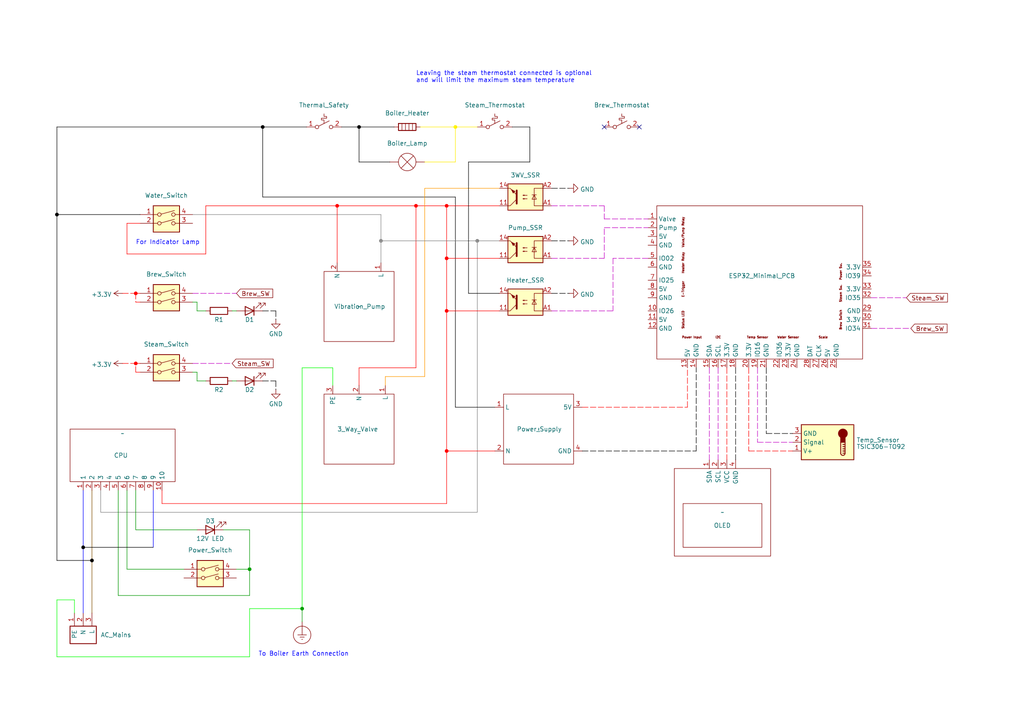
<source format=kicad_sch>
(kicad_sch (version 20230121) (generator eeschema)
  (paper "A4")
  (title_block (title "ESP32 Minimal PCB - Full Featured Build for Silvia E") (date "2023-05-12"))
  (lib_symbols
    (symbol "Connector_Generic:Conn_01x03" (pin_names (offset 1.016))
      (property "Reference" "Mains" (at 5.08 0 0))
      (property "Value" "Conn_01x03" (at 5.08 -2.54 0))
      (symbol "Conn_01x03_1_1"
        (rectangle (start -3.81 2.54) (end 3.81 -2.54) (stroke (width 0.254)))
        (pin power_out line (at 2.54 6.35 270) (length 3.81) (name "PE") (number "1"))
        (pin power_out line (at 0 6.35 270) (length 3.81) (name "N") (number "2"))
        (pin power_out line (at -2.54 6.35 270) (length 3.81) (name "L") (number "3"))
      )
    )
    (symbol "Device:Heater" (pin_numbers hide) (pin_names (offset 0))
      (property "Reference" "R" (at 2.032 0 90))
      (property "Value" "Heater" (at -2.032 0 90))
      (symbol "Heater_0_1"
        (rectangle (start -1.016 -2.54) (end 1.016 2.54) (stroke (width 0.254)))
        (polyline (pts (xy -1.016 1.524) (xy 1.016 1.524)))
        (polyline (pts (xy 1.016 -1.524) (xy -1.016 -1.524)))
        (polyline (pts (xy 1.016 -0.508) (xy -1.016 -0.508)))
        (polyline (pts (xy 1.016 0.508) (xy -1.016 0.508)))
      )
      (symbol "Heater_1_1"
        (pin passive line (at 0 3.81 270) (length 1.27) (name "~") (number "1"))
        (pin passive line (at 0 -3.81 90) (length 1.27) (name "~") (number "2"))
      )
    )
    (symbol "Device:LED" (pin_numbers hide) (pin_names (offset 1.016) hide)
      (property "Reference" "D" (at 0 2.54 0))
      (property "Value" "LED" (at 0 -2.54 0))
      (symbol "LED_0_1"
        (polyline (pts (xy -1.27 -1.27) (xy -1.27 1.27)) (stroke (width 0.254)))
        (polyline (pts (xy -1.27 0) (xy 1.27 0)))
        (polyline (pts (xy 1.27 -1.27) (xy 1.27 1.27) (xy -1.27 0) (xy 1.27 -1.27)) (stroke (width 0.254)))
        (polyline (pts (xy -3.048 -0.762) (xy -4.572 -2.286) (xy -3.81 -2.286) (xy -4.572 -2.286) (xy -4.572 -1.524)))
        (polyline (pts (xy -1.778 -0.762) (xy -3.302 -2.286) (xy -2.54 -2.286) (xy -3.302 -2.286) (xy -3.302 -1.524)))
      )
      (symbol "LED_1_1"
        (pin passive line (at -3.81 0 0) (length 2.54) (name "K") (number "1"))
        (pin passive line (at 3.81 0 180) (length 2.54) (name "A") (number "2"))
      )
    )
    (symbol "Device:Lamp" (pin_numbers hide) (pin_names (offset 0.0254) hide)
      (property "Reference" "LA" (at 0.635 3.81 0))
      (property "Value" "Lamp" (at 0.635 -3.81 0))
      (symbol "Lamp_0_1"
        (polyline (pts (xy -1.778 1.778) (xy 1.778 -1.778)))
        (polyline (pts (xy 1.778 1.778) (xy -1.778 -1.778)))
        (circle (center 0 0) (radius 2.54))
      )
      (symbol "Lamp_1_1"
        (pin passive line (at 0 -5.08 90) (length 2.54) (name "-") (number "1"))
        (pin passive line (at 0 5.08 270) (length 2.54) (name "+") (number "2"))
      )
    )
    (symbol "Device:R" (pin_numbers hide) (pin_names (offset 0))
      (property "Reference" "R" (at 2.032 0 90))
      (property "Value" "R" (at 0 0 90))
      (symbol "R_0_1"
        (rectangle (start -1.016 -2.54) (end 1.016 2.54) (stroke (width 0.254)))
      )
      (symbol "R_1_1"
        (pin passive line (at 0 3.81 270) (length 1.27) (name "~") (number "1"))
        (pin passive line (at 0 -3.81 90) (length 1.27) (name "~") (number "2"))
      )
    )
    (symbol "Relay_SolidState:34.81-7048"
      (property "Reference" "U" (at -5.08 5.08 0))
      (property "Value" "34.81-7048" (at 0 5.08 0))
      (symbol "34.81-7048_0_1"
        (rectangle (start -5.08 3.81) (end 5.08 -3.81) (stroke (width 0.254)) (fill (type background)))
        (polyline (pts (xy -3.175 -0.635) (xy -1.905 -0.635)))
        (polyline (pts (xy 2.54 1.905) (xy 2.54 -1.905) (xy 2.54 -1.905)) (stroke (width 0.508)))
        (polyline (pts (xy -5.08 2.54) (xy -2.54 2.54) (xy -2.54 -2.54) (xy -5.08 -2.54)))
        (polyline (pts (xy -2.54 -0.635) (xy -3.175 0.635) (xy -1.905 0.635) (xy -2.54 -0.635)))
        (polyline (pts (xy -0.508 -0.508) (xy 0.762 -0.508) (xy 0.381 -0.635) (xy 0.381 -0.381) (xy 0.762 -0.508)))
        (polyline (pts (xy -0.508 0.508) (xy 0.762 0.508) (xy 0.381 0.381) (xy 0.381 0.635) (xy 0.762 0.508)))
        (polyline (pts (xy 3.048 -1.651) (xy 3.556 -1.143) (xy 4.064 -2.159) (xy 3.048 -1.651) (xy 3.048 -1.651)) (fill (type outline)))
        (polyline (pts (xy 5.08 2.54) (xy 4.445 2.54) (xy 2.54 0.635) (xy 2.54 -0.635) (xy 4.445 -2.54) (xy 5.08 -2.54)))
      )
      (symbol "34.81-7048_1_1"
        (pin passive line (at 7.62 2.54 180) (length 2.54) (name "~") (number "11"))
        (pin passive line (at 7.62 -2.54 180) (length 2.54) (name "~") (number "14"))
        (pin passive line (at -7.62 2.54 0) (length 2.54) (name "~") (number "A1"))
        (pin passive line (at -7.62 -2.54 0) (length 2.54) (name "~") (number "A2"))
      )
    )
    (symbol "Silvia_E_CPU_1"
      (property "Reference" "CPU" (at 0 0 0))
      (symbol "Silvia_E_CPU_1_0_1"
        (rectangle (start -15.24 7.62) (end 15.24 -7.62))
      )
      (symbol "Silvia_E_CPU_1_1_1"
        (pin power_in line (at -11.43 -10.16 90) (length 2.54) (name "1") (number "1"))
        (pin power_out line (at 11.43 -10.16 90) (length 2.54) (name "10") (number "10"))
        (pin power_in line (at -8.89 -10.16 90) (length 2.54) (name "2") (number "2"))
        (pin input line (at -6.35 -10.16 90) (length 2.54) (name "3") (number "3"))
        (pin input line (at -3.81 -10.16 90) (length 2.54) (name "4") (number "4"))
        (pin input line (at -1.27 -10.16 90) (length 2.54) (name "5") (number "5"))
        (pin input line (at 1.27 -10.16 90) (length 2.54) (name "6") (number "6"))
        (pin output line (at 3.81 -10.16 90) (length 2.54) (name "7") (number "7"))
        (pin input line (at 6.35 -10.16 90) (length 2.54) (name "8") (number "8"))
        (pin power_out line (at 8.89 -10.16 90) (length 2.54) (name "9") (number "9"))
      )
    )
    (symbol "Switch:SW_DIP_x02" (pin_names (offset 0) hide)
      (property "Reference" "SW" (at 0 6.35 0))
      (property "Value" "SW_DIP_x02" (at 0 -3.81 0))
      (symbol "SW_DIP_x02_0_0"
        (circle (center -2.032 0) (radius 0.508))
        (circle (center -2.032 2.54) (radius 0.508))
        (polyline (pts (xy -1.524 0.127) (xy 2.3622 1.1684)))
        (polyline (pts (xy -1.524 2.667) (xy 2.3622 3.7084)))
        (circle (center 2.032 0) (radius 0.508))
        (circle (center 2.032 2.54) (radius 0.508))
      )
      (symbol "SW_DIP_x02_0_1"
        (rectangle (start -3.81 5.08) (end 3.81 -2.54) (stroke (width 0.254)) (fill (type background)))
      )
      (symbol "SW_DIP_x02_1_1"
        (pin passive line (at -7.62 2.54 0) (length 5.08) (name "~") (number "1"))
        (pin passive line (at -7.62 0 0) (length 5.08) (name "~") (number "2"))
        (pin passive line (at 7.62 0 180) (length 5.08) (name "~") (number "3"))
        (pin passive line (at 7.62 2.54 180) (length 5.08) (name "~") (number "4"))
      )
    )
    (symbol "Switch:SW_SPST_Temperature" (pin_names (offset 0) hide)
      (property "Reference" "SW" (at 1.778 3.048 0))
      (property "Value" "SW_SPST_Temperature" (at 0 -2.54 0))
      (symbol "SW_SPST_Temperature_0_0"
        (circle (center -2.032 0) (radius 0.508))
        (polyline (pts (xy -1.524 0.254) (xy 1.524 1.778)))
        (polyline (pts (xy 0 1.016) (xy 0 2.032) (xy -0.762 2.032) (xy -0.762 2.54) (xy 0.762 2.54) (xy 0.762 3.048) (xy 0 3.048) (xy 0 3.81)))
        (circle (center 2.032 0) (radius 0.508))
      )
      (symbol "SW_SPST_Temperature_1_1"
        (pin passive line (at -5.08 0 0) (length 2.54) (name "A") (number "1"))
        (pin passive line (at 5.08 0 180) (length 2.54) (name "B") (number "2"))
      )
    )
    (symbol "TSIC306-TO92_1"
      (property "Reference" "Temp_Sens" (at -9.3425 0 90))
      (property "Value" "TSIC306-TO92" (at -11.2635 0 90))
      (symbol "TSIC306-TO92_1_0_1"
        (rectangle (start -7.62 5.08) (end 7.62 -5.08) (stroke (width 0.254)) (fill (type background)))
        (circle (center -4.445 -2.54) (radius 1.27) (stroke (width 0.254)) (fill (type outline)))
        (rectangle (start -3.81 -1.905) (end -5.08 0) (stroke (width 0.254)) (fill (type outline)))
        (arc (start -3.81 3.175) (mid -4.445 3.8073) (end -5.08 3.175) (stroke (width 0.254)))
        (polyline (pts (xy -5.08 0.635) (xy -4.445 0.635)) (stroke (width 0.254)))
        (polyline (pts (xy -5.08 1.27) (xy -4.445 1.27)) (stroke (width 0.254)))
        (polyline (pts (xy -5.08 1.905) (xy -4.445 1.905)) (stroke (width 0.254)))
        (polyline (pts (xy -5.08 2.54) (xy -4.445 2.54)) (stroke (width 0.254)))
        (polyline (pts (xy -5.08 3.175) (xy -5.08 0)) (stroke (width 0.254)))
        (polyline (pts (xy -5.08 3.175) (xy -4.445 3.175)) (stroke (width 0.254)))
        (polyline (pts (xy -3.81 3.175) (xy -3.81 0)) (stroke (width 0.254)))
      )
      (symbol "TSIC306-TO92_1_1_1"
        (pin power_in line (at 10.16 2.54 180) (length 2.54) (name "V+") (number "1"))
        (pin output line (at 10.16 0 180) (length 2.54) (name "Signal") (number "2"))
        (pin power_in line (at 10.16 -2.54 180) (length 2.54) (name "GND") (number "3"))
      )
    )
    (symbol "User:3_Way_Valve"
      (property "Reference" "3WV" (at 0 0 0))
      (symbol "3_Way_Valve_0_1"
        (rectangle (start -10.16 10.16) (end 10.16 -10.16))
      )
      (symbol "3_Way_Valve_1_1"
        (pin power_in line (at -7.62 -12.7 90) (length 2.54) (name "L") (number "1"))
        (pin power_in line (at 0 -12.7 90) (length 2.54) (name "N") (number "2"))
        (pin power_in line (at 7.62 -12.7 90) (length 2.54) (name "PE") (number "3"))
      )
    )
    (symbol "User:5V_Power_Supply"
      (property "Reference" "PSU" (at 0 0 0))
      (symbol "5V_Power_Supply_0_1"
        (rectangle (start -10.16 10.16) (end 10.16 -10.16))
      )
      (symbol "5V_Power_Supply_1_1"
        (pin power_in line (at -6.35 -12.7 90) (length 2.54) (name "L") (number "1"))
        (pin power_in line (at 6.35 -12.7 90) (length 2.54) (name "N") (number "2"))
        (pin power_out line (at -6.35 12.7 270) (length 2.54) (name "5V") (number "3"))
        (pin power_out line (at 6.35 12.7 270) (length 2.54) (name "GND") (number "4"))
      )
    )
    (symbol "User:ESP32_Minimal_PCB"
      (property "Reference" "ESP32_Minimal_PCB" (at 1.27 1.27 0))
      (property "Value" "~" (at -3.81 1.27 0))
      (symbol "ESP32_Minimal_PCB_0_1"
        (rectangle (start -29.21 21.59) (end 30.48 -22.86))
      )
      (symbol "ESP32_Minimal_PCB_1_1"
        (text "Brew Switch" (at 24.13 -11.43 900) (effects (font (size 0.635 0.635))))
        (text "E-Trigger" (at -21.59 -2.54 900) (effects (font (size 0.635 0.635))))
        (text "Heater Relay" (at -21.59 5.08 900) (effects (font (size 0.635 0.635))))
        (text "I2C" (at -11.43 -16.51 0) (effects (font (size 0.635 0.635))))
        (text "Power Input\n" (at -19.05 -16.51 0) (effects (font (size 0.635 0.635))))
        (text "Power Sw." (at 24.13 2.54 900) (effects (font (size 0.635 0.635))))
        (text "Scale" (at 19.05 -16.51 0) (effects (font (size 0.635 0.635))))
        (text "Status LED" (at -21.59 -11.43 900) (effects (font (size 0.635 0.635))))
        (text "Steam Sw." (at 24.13 -3.81 900) (effects (font (size 0.635 0.635))))
        (text "Temp Sensor" (at 0 -16.51 0) (effects (font (size 0.635 0.635))))
        (text "Valve/Pump Relay" (at -21.59 13.97 900) (effects (font (size 0.635 0.635))))
        (text "Water Sensor" (at 8.89 -16.51 0) (effects (font (size 0.635 0.635))))
        (pin output line (at -31.75 17.78 0) (length 2.54) (name "Valve") (number "1"))
        (pin output line (at -31.75 -8.89 0) (length 2.54) (name "IO26") (number "10"))
        (pin input line (at -31.75 -11.43 0) (length 2.54) (name "5V") (number "11"))
        (pin power_out line (at -31.75 -13.97 0) (length 2.54) (name "GND") (number "12"))
        (pin power_in line (at -20.32 -25.4 90) (length 2.54) (name "5V") (number "13"))
        (pin power_in line (at -17.78 -25.4 90) (length 2.54) (name "GND") (number "14"))
        (pin bidirectional line (at -13.97 -25.4 90) (length 2.54) (name "SDA") (number "15"))
        (pin bidirectional line (at -11.43 -25.4 90) (length 2.54) (name "SCL") (number "16"))
        (pin power_out line (at -8.89 -25.4 90) (length 2.54) (name "3.3V") (number "17"))
        (pin power_out line (at -6.35 -25.4 90) (length 2.54) (name "GND") (number "18"))
        (pin input line (at 0 -25.4 90) (length 2.54) (name "IO16") (number "19"))
        (pin output line (at -31.75 15.24 0) (length 2.54) (name "Pump") (number "2"))
        (pin power_out line (at -2.54 -25.4 90) (length 2.54) (name "3.3V") (number "20"))
        (pin power_out line (at 2.54 -25.4 90) (length 2.54) (name "GND") (number "21"))
        (pin input line (at 6.35 -25.4 90) (length 2.54) (name "IO36") (number "22"))
        (pin power_out line (at 8.89 -25.4 90) (length 2.54) (name "3.3V") (number "23"))
        (pin power_out line (at 11.43 -25.4 90) (length 2.54) (name "GND") (number "24"))
        (pin power_out line (at 22.86 -25.4 90) (length 2.54) (name "GND") (number "25"))
        (pin power_out line (at 20.32 -25.4 90) (length 2.54) (name "5V") (number "26"))
        (pin bidirectional line (at 17.78 -25.4 90) (length 2.54) (name "CLK") (number "27"))
        (pin input line (at 15.24 -25.4 90) (length 2.54) (name "DAT") (number "28"))
        (pin power_out line (at 33.02 -8.89 180) (length 2.54) (name "GND") (number "29"))
        (pin power_out line (at -31.75 12.7 0) (length 2.54) (name "5V") (number "3"))
        (pin power_out line (at 33.02 -11.43 180) (length 2.54) (name "3.3V") (number "30"))
        (pin input line (at 33.02 -13.97 180) (length 2.54) (name "IO34") (number "31"))
        (pin input line (at 33.02 -5.08 180) (length 2.54) (name "IO35") (number "32"))
        (pin power_out line (at 33.02 -2.54 180) (length 2.54) (name "3.3V") (number "33"))
        (pin input line (at 33.02 1.27 180) (length 2.54) (name "IO39") (number "34"))
        (pin power_out line (at 33.02 3.81 180) (length 2.54) (name "3.3V") (number "35"))
        (pin power_out line (at -31.75 10.16 0) (length 2.54) (name "GND") (number "4"))
        (pin output line (at -31.75 6.35 0) (length 2.54) (name "IO02") (number "5"))
        (pin power_out line (at -31.75 3.81 0) (length 2.54) (name "GND") (number "6"))
        (pin output line (at -31.75 0 0) (length 2.54) (name "IO25") (number "7"))
        (pin power_out line (at -31.75 -2.54 0) (length 2.54) (name "5V") (number "8"))
        (pin power_out line (at -31.75 -5.08 0) (length 2.54) (name "GND") (number "9"))
      )
    )
    (symbol "User:OLED_Display"
      (property "Reference" "OLED" (at 0 5.08 0))
      (symbol "OLED_Display_0_1"
        (rectangle (start -13.97 12.7) (end 13.97 -12.7))
        (rectangle (start -11.43 2.54) (end 11.43 -10.16))
      )
      (symbol "OLED_Display_1_1"
        (pin bidirectional line (at -3.81 15.24 270) (length 2.54) (name "SDA") (number "1"))
        (pin bidirectional line (at -1.27 15.24 270) (length 2.54) (name "SCL") (number "2"))
        (pin power_in line (at 1.27 15.24 270) (length 2.54) (name "VCC") (number "3"))
        (pin power_in line (at 3.81 15.24 270) (length 2.54) (name "GND") (number "4"))
      )
    )
    (symbol "User:Pump"
      (property "Reference" "Vibration_Pump" (at 0 0 0))
      (symbol "Pump_0_1"
        (rectangle (start -10.16 10.16) (end 10.16 -10.16))
      )
      (symbol "Pump_1_1"
        (pin power_in line (at -6.35 -12.7 90) (length 2.54) (name "L") (number "1"))
        (pin power_in line (at 6.35 -12.7 90) (length 2.54) (name "N") (number "2"))
      )
    )
    (symbol "power:+3.3V" (power) (pin_names (offset 0))
      (property "Value" "+3.3V" (at 0 3.556 0))
      (symbol "+3.3V_0_1"
        (polyline (pts (xy -0.762 1.27) (xy 0 2.54)))
        (polyline (pts (xy 0 0) (xy 0 2.54)))
        (polyline (pts (xy 0 2.54) (xy 0.762 1.27)))
      )
      (symbol "+3.3V_1_1"
        (pin power_in line (at 0 0 90) (length 0) hide (name "+3.3V") (number "1"))
      )
    )
    (symbol "power:Earth_Protective" (power) (pin_names (offset 0))
      (symbol "Earth_Protective_0_1"
        (circle (center 0 -3.81) (radius 2.54))
        (polyline (pts (xy -0.635 -4.445) (xy 0.635 -4.445)))
        (polyline (pts (xy -0.127 -5.08) (xy 0.127 -5.08)))
        (polyline (pts (xy 0 -3.81) (xy 0 0)))
        (polyline (pts (xy 1.27 -3.81) (xy -1.27 -3.81)))
      )
      (symbol "Earth_Protective_1_1"
        (pin power_in line (at 0 0 270) (length 0) hide (name "Earth_Protective") (number "1"))
      )
    )
    (symbol "power:GND" (power) (pin_names (offset 0))
      (property "Value" "GND" (at 0 -3.81 0))
      (symbol "GND_0_1"
        (polyline (pts (xy 0 0) (xy 0 -1.27) (xy 1.27 -1.27) (xy 0 -2.54) (xy -1.27 -1.27) (xy 0 -1.27)))
      )
      (symbol "GND_1_1"
        (pin power_in line (at 0 0 270) (length 0) hide (name "GND") (number "1"))
      )
    )
  )
  (junction (at 72.39 165.1))
  (junction (at 104.14 36.83) (color 0 0 0 1))
  (junction (at 120.65 59.69) (color 255 0 0 1))
  (junction (at 39.37 105.41) (color 255 0 0 1))
  (junction (at 39.37 85.09) (color 255 0 0 1))
  (junction (at 24.13 158.75) (color 0 0 0 1))
  (junction (at 129.54 74.93) (color 255 0 0 1))
  (junction (at 110.49 69.85) (color 132 132 132 1))
  (junction (at 129.54 59.69) (color 255 0 0 1))
  (junction (at 26.67 162.56) (color 0 0 0 1))
  (junction (at 97.79 59.69) (color 255 0 0 1))
  (junction (at 16.51 62.23) (color 0 0 0 1))
  (junction (at 129.54 130.81) (color 255 0 0 1))
  (junction (at 129.54 90.17) (color 255 0 0 1))
  (junction (at 87.63 176.53))
  (junction (at 76.2 36.83) (color 0 0 0 1))
  (junction (at 138.43 69.85) (color 132 132 132 1))
  (junction (at 132.08 36.83) (color 255 237 0 1))
  (no_connect (at 185.42 36.83))
  (no_connect (at 175.26 36.83))
  (wire (pts (xy 187.96 74.93) (xy 177.8 74.93)) (stroke (width 0) (type dash) (color 194 0 194 1)))
  (wire (pts (xy 175.26 66.04) (xy 187.96 66.04)) (stroke (width 0) (type dash) (color 194 0 194 1)))
  (wire (pts (xy 104.14 106.68) (xy 120.65 106.68)) (stroke (width 0) (color 255 0 0 1)))
  (wire (pts (xy 168.91 130.81) (xy 201.93 130.81)) (stroke (width 0) (type dash) (color 0 0 0 1)))
  (wire (pts (xy 72.39 172.72) (xy 34.29 172.72)))
  (wire (pts (xy 160.02 54.61) (xy 165.1 54.61)) (stroke (width 0) (type dash) (color 0 0 0 1)))
  (wire (pts (xy 36.83 64.77) (xy 36.83 73.66)) (stroke (width 0) (color 255 0 0 1)))
  (wire (pts (xy 40.64 107.95) (xy 39.37 107.95)) (stroke (width 0) (type dash) (color 255 0 0 1)))
  (wire (pts (xy 129.54 74.93) (xy 129.54 90.17)) (stroke (width 0) (color 255 0 0 1)))
  (wire (pts (xy 143.51 118.11) (xy 132.08 118.11)) (stroke (width 0) (color 0 0 0 1)))
  (wire (pts (xy 44.45 142.24) (xy 44.45 158.75)) (stroke (width 0) (color 0 0 255 1)))
  (wire (pts (xy 72.39 176.53) (xy 87.63 176.53)) (stroke (width 0) (color 0 255 0 1)))
  (wire (pts (xy 57.15 110.49) (xy 59.69 110.49)))
  (wire (pts (xy 76.2 57.15) (xy 132.08 57.15)) (stroke (width 0) (color 0 0 0 1)))
  (wire (pts (xy 39.37 85.09) (xy 39.37 87.63)) (stroke (width 0) (type dash) (color 255 0 0 1)))
  (wire (pts (xy 129.54 146.05) (xy 129.54 130.81)) (stroke (width 0) (color 255 0 0 1)))
  (wire (pts (xy 39.37 85.09) (xy 40.64 85.09)) (stroke (width 0) (type dash) (color 255 0 0 1)))
  (wire (pts (xy 24.13 142.24) (xy 24.13 158.75)) (stroke (width 0) (color 0 0 255 1)))
  (wire (pts (xy 26.67 162.56) (xy 26.67 177.8)) (stroke (width 0) (color 128 77 0 1)))
  (wire (pts (xy 36.83 165.1) (xy 53.34 165.1)))
  (wire (pts (xy 123.19 54.61) (xy 123.19 109.22)) (stroke (width 0) (color 255 153 0 1)))
  (wire (pts (xy 76.2 90.17) (xy 80.01 90.17)) (stroke (width 0) (type dash) (color 0 0 0 1)))
  (wire (pts (xy 104.14 111.76) (xy 104.14 106.68)) (stroke (width 0) (color 255 0 0 1)))
  (wire (pts (xy 138.43 69.85) (xy 138.43 148.59)) (stroke (width 0) (color 132 132 132 1)))
  (wire (pts (xy 16.51 162.56) (xy 26.67 162.56)) (stroke (width 0) (color 0 0 0 1)))
  (wire (pts (xy 46.99 146.05) (xy 129.54 146.05)) (stroke (width 0) (color 255 0 0 1)))
  (wire (pts (xy 87.63 106.68) (xy 87.63 176.53)) (stroke (width 0) (color 0 255 0 1)))
  (wire (pts (xy 55.88 107.95) (xy 57.15 107.95)))
  (wire (pts (xy 67.31 110.49) (xy 68.58 110.49)))
  (wire (pts (xy 210.82 106.68) (xy 210.82 133.35)) (stroke (width 0) (type dash) (color 255 0 0 1)))
  (wire (pts (xy 201.93 130.81) (xy 201.93 106.68)) (stroke (width 0) (type dash) (color 0 0 0 1)))
  (wire (pts (xy 217.17 130.81) (xy 229.87 130.81)) (stroke (width 0) (type dash) (color 255 0 0 1)))
  (wire (pts (xy 39.37 142.24) (xy 39.37 153.67)))
  (wire (pts (xy 160.02 85.09) (xy 165.1 85.09)) (stroke (width 0) (type dash) (color 0 0 0 1)))
  (wire (pts (xy 153.67 36.83) (xy 153.67 46.99)) (stroke (width 0) (color 0 0 0 1)))
  (wire (pts (xy 175.26 63.5) (xy 187.96 63.5)) (stroke (width 0) (type dash) (color 194 0 194 1)))
  (wire (pts (xy 160.02 74.93) (xy 175.26 74.93)) (stroke (width 0) (type dash) (color 194 0 194 1)))
  (wire (pts (xy 36.83 73.66) (xy 59.69 73.66)) (stroke (width 0) (color 255 0 0 1)))
  (wire (pts (xy 175.26 59.69) (xy 175.26 63.5)) (stroke (width 0) (type dash) (color 194 0 194 1)))
  (wire (pts (xy 111.76 111.76) (xy 111.76 109.22)) (stroke (width 0) (color 255 153 0 1)))
  (wire (pts (xy 160.02 90.17) (xy 177.8 90.17)) (stroke (width 0) (type dash) (color 194 0 194 1)))
  (wire (pts (xy 144.78 54.61) (xy 123.19 54.61)) (stroke (width 0) (color 255 153 0 1)))
  (wire (pts (xy 132.08 46.99) (xy 132.08 36.83)) (stroke (width 0) (color 255 237 0 1)))
  (wire (pts (xy 104.14 46.99) (xy 113.03 46.99)) (stroke (width 0) (color 0 0 0 1)))
  (wire (pts (xy 160.02 69.85) (xy 165.1 69.85)) (stroke (width 0) (type dash) (color 0 0 0 1)))
  (wire (pts (xy 160.02 59.69) (xy 175.26 59.69)) (stroke (width 0) (type dash) (color 194 0 194 1)))
  (wire (pts (xy 99.06 36.83) (xy 104.14 36.83)) (stroke (width 0) (color 0 0 0 1)))
  (wire (pts (xy 80.01 110.49) (xy 80.01 113.03)) (stroke (width 0) (type dash) (color 0 0 0 1)))
  (wire (pts (xy 36.83 142.24) (xy 36.83 165.1)))
  (wire (pts (xy 129.54 59.69) (xy 144.78 59.69)) (stroke (width 0) (color 255 0 0 1)))
  (wire (pts (xy 21.59 173.99) (xy 21.59 177.8)) (stroke (width 0) (color 0 255 0 1)))
  (wire (pts (xy 76.2 110.49) (xy 80.01 110.49)) (stroke (width 0) (type dash) (color 0 0 0 1)))
  (wire (pts (xy 40.64 62.23) (xy 16.51 62.23)) (stroke (width 0) (color 0 0 0 1)))
  (wire (pts (xy 57.15 90.17) (xy 59.69 90.17)))
  (wire (pts (xy 40.64 87.63) (xy 39.37 87.63)) (stroke (width 0) (type dash) (color 255 0 0 1)))
  (wire (pts (xy 252.73 86.36) (xy 262.89 86.36)) (stroke (width 0) (type dash) (color 194 0 194 1)))
  (wire (pts (xy 110.49 62.23) (xy 110.49 69.85)) (stroke (width 0) (color 132 132 132 1)))
  (wire (pts (xy 168.91 118.11) (xy 199.39 118.11)) (stroke (width 0) (type dash) (color 255 0 0 1)))
  (wire (pts (xy 222.25 125.73) (xy 229.87 125.73)) (stroke (width 0) (type dash) (color 0 0 0 1)))
  (wire (pts (xy 16.51 190.5) (xy 16.51 173.99)) (stroke (width 0) (color 0 255 0 1)))
  (wire (pts (xy 59.69 59.69) (xy 97.79 59.69)) (stroke (width 0) (color 255 0 0 1)))
  (wire (pts (xy 57.15 87.63) (xy 57.15 90.17)))
  (wire (pts (xy 111.76 109.22) (xy 123.19 109.22)) (stroke (width 0) (color 255 153 0 1)))
  (wire (pts (xy 55.88 105.41) (xy 67.31 105.41)) (stroke (width 0) (type dash) (color 194 0 194 1)))
  (wire (pts (xy 208.28 106.68) (xy 208.28 133.35)) (stroke (width 0) (type dash) (color 194 0 194 1)))
  (wire (pts (xy 67.31 90.17) (xy 68.58 90.17)))
  (wire (pts (xy 217.17 106.68) (xy 217.17 130.81)) (stroke (width 0) (type dash) (color 255 0 0 1)))
  (wire (pts (xy 96.52 106.68) (xy 87.63 106.68)) (stroke (width 0) (color 0 255 0 1)))
  (wire (pts (xy 72.39 190.5) (xy 72.39 176.53)) (stroke (width 0) (color 0 255 0 1)))
  (wire (pts (xy 34.29 172.72) (xy 34.29 142.24)))
  (wire (pts (xy 97.79 59.69) (xy 97.79 76.2)) (stroke (width 0) (color 255 0 0 1)))
  (wire (pts (xy 16.51 62.23) (xy 16.51 162.56)) (stroke (width 0) (color 0 0 0 1)))
  (wire (pts (xy 96.52 111.76) (xy 96.52 106.68)) (stroke (width 0) (color 0 255 0 1)))
  (wire (pts (xy 26.67 142.24) (xy 26.67 162.56)) (stroke (width 0) (color 128 77 0 1)))
  (wire (pts (xy 24.13 158.75) (xy 44.45 158.75)) (stroke (width 0) (color 0 0 0 1)))
  (wire (pts (xy 110.49 69.85) (xy 138.43 69.85)) (stroke (width 0) (color 132 132 132 1)))
  (wire (pts (xy 16.51 190.5) (xy 72.39 190.5)) (stroke (width 0) (color 0 255 0 1)))
  (wire (pts (xy 205.74 106.68) (xy 205.74 133.35)) (stroke (width 0) (type dash) (color 194 0 194 1)))
  (wire (pts (xy 35.56 105.41) (xy 39.37 105.41)) (stroke (width 0) (type dash) (color 255 0 0 1)))
  (wire (pts (xy 55.88 85.09) (xy 68.58 85.09)) (stroke (width 0) (type dash) (color 194 0 194 1)))
  (wire (pts (xy 80.01 90.17) (xy 80.01 92.71)) (stroke (width 0) (type dash) (color 0 0 0 1)))
  (wire (pts (xy 87.63 180.34) (xy 87.63 176.53)))
  (wire (pts (xy 110.49 69.85) (xy 110.49 76.2)) (stroke (width 0) (color 132 132 132 1)))
  (wire (pts (xy 175.26 74.93) (xy 175.26 66.04)) (stroke (width 0) (type dash) (color 194 0 194 1)))
  (wire (pts (xy 29.21 148.59) (xy 138.43 148.59)) (stroke (width 0) (color 132 132 132 1)))
  (wire (pts (xy 46.99 142.24) (xy 46.99 146.05)) (stroke (width 0) (color 255 0 0 1)))
  (wire (pts (xy 39.37 153.67) (xy 57.15 153.67)))
  (wire (pts (xy 39.37 105.41) (xy 40.64 105.41)) (stroke (width 0) (type dash) (color 255 0 0 1)))
  (wire (pts (xy 129.54 90.17) (xy 144.78 90.17)) (stroke (width 0) (color 255 0 0 1)))
  (wire (pts (xy 213.36 106.68) (xy 213.36 133.35)) (stroke (width 0) (type dash) (color 0 0 0 1)))
  (wire (pts (xy 72.39 165.1) (xy 72.39 172.72)))
  (wire (pts (xy 88.9 36.83) (xy 76.2 36.83)) (stroke (width 0) (color 0 0 0 1)))
  (wire (pts (xy 55.88 62.23) (xy 110.49 62.23)) (stroke (width 0) (color 132 132 132 1)))
  (wire (pts (xy 16.51 173.99) (xy 21.59 173.99)) (stroke (width 0) (color 0 255 0 1)))
  (wire (pts (xy 199.39 118.11) (xy 199.39 106.68)) (stroke (width 0) (type dash) (color 255 0 0 1)))
  (wire (pts (xy 144.78 69.85) (xy 138.43 69.85)) (stroke (width 0) (color 132 132 132 1)))
  (wire (pts (xy 16.51 62.23) (xy 16.51 36.83)) (stroke (width 0) (color 0 0 0 1)))
  (wire (pts (xy 143.51 130.81) (xy 129.54 130.81)) (stroke (width 0) (color 255 0 0 1)))
  (wire (pts (xy 252.73 95.25) (xy 264.16 95.25)) (stroke (width 0) (type dash) (color 194 0 194 1)))
  (wire (pts (xy 72.39 153.67) (xy 72.39 165.1)))
  (wire (pts (xy 39.37 107.95) (xy 39.37 105.41)) (stroke (width 0) (type dash) (color 255 0 0 1)))
  (wire (pts (xy 57.15 107.95) (xy 57.15 110.49)))
  (wire (pts (xy 24.13 158.75) (xy 24.13 177.8)) (stroke (width 0) (color 0 0 255 1)))
  (wire (pts (xy 40.64 64.77) (xy 36.83 64.77)) (stroke (width 0) (color 255 0 0 1)))
  (wire (pts (xy 153.67 46.99) (xy 135.89 46.99)) (stroke (width 0) (color 0 0 0 1)))
  (wire (pts (xy 55.88 87.63) (xy 57.15 87.63)))
  (wire (pts (xy 129.54 130.81) (xy 129.54 90.17)) (stroke (width 0) (color 255 0 0 1)))
  (wire (pts (xy 123.19 46.99) (xy 132.08 46.99)) (stroke (width 0) (color 255 237 0 1)))
  (wire (pts (xy 29.21 148.59) (xy 29.21 142.24)) (stroke (width 0) (color 132 132 132 1)))
  (wire (pts (xy 222.25 106.68) (xy 222.25 125.73)) (stroke (width 0) (type dash) (color 0 0 0 1)))
  (wire (pts (xy 129.54 59.69) (xy 120.65 59.69)) (stroke (width 0) (color 255 0 0 1)))
  (wire (pts (xy 76.2 36.83) (xy 76.2 57.15)) (stroke (width 0) (color 0 0 0 1)))
  (wire (pts (xy 219.71 106.68) (xy 219.71 128.27)) (stroke (width 0) (type dash) (color 194 0 194 1)))
  (wire (pts (xy 177.8 74.93) (xy 177.8 90.17)) (stroke (width 0) (type dash) (color 194 0 194 1)))
  (wire (pts (xy 148.59 36.83) (xy 153.67 36.83)) (stroke (width 0) (color 0 0 0 1)))
  (wire (pts (xy 129.54 74.93) (xy 144.78 74.93)) (stroke (width 0) (color 255 0 0 1)))
  (wire (pts (xy 135.89 46.99) (xy 135.89 85.09)) (stroke (width 0) (color 0 0 0 1)))
  (wire (pts (xy 219.71 128.27) (xy 229.87 128.27)) (stroke (width 0) (type dash) (color 194 0 194 1)))
  (wire (pts (xy 120.65 106.68) (xy 120.65 59.69)) (stroke (width 0) (color 255 0 0 1)))
  (wire (pts (xy 135.89 85.09) (xy 144.78 85.09)) (stroke (width 0) (color 0 0 0 1)))
  (wire (pts (xy 68.58 165.1) (xy 72.39 165.1)))
  (wire (pts (xy 132.08 36.83) (xy 138.43 36.83)) (stroke (width 0) (color 255 237 0 1)))
  (wire (pts (xy 97.79 59.69) (xy 120.65 59.69)) (stroke (width 0) (color 255 0 0 1)))
  (wire (pts (xy 16.51 36.83) (xy 76.2 36.83)) (stroke (width 0) (color 0 0 0 1)))
  (wire (pts (xy 64.77 153.67) (xy 72.39 153.67)))
  (wire (pts (xy 59.69 73.66) (xy 59.69 59.69)) (stroke (width 0) (color 255 0 0 1)))
  (wire (pts (xy 129.54 59.69) (xy 129.54 74.93)) (stroke (width 0) (color 255 0 0 1)))
  (wire (pts (xy 121.92 36.83) (xy 132.08 36.83)) (stroke (width 0) (color 255 237 0 1)))
  (wire (pts (xy 35.56 85.09) (xy 39.37 85.09)) (stroke (width 0) (type dash) (color 255 0 0 1)))
  (wire (pts (xy 104.14 36.83) (xy 104.14 46.99)) (stroke (width 0) (color 0 0 0 1)))
  (wire (pts (xy 104.14 36.83) (xy 114.3 36.83)) (stroke (width 0) (color 0 0 0 1)))
  (wire (pts (xy 132.08 118.11) (xy 132.08 57.15)) (stroke (width 0) (color 0 0 0 1)))
  (text "Leaving the steam thermostat connected is optional \nand will limit the maximum steam temperature" (at 120.65 24.13 0) (effects (font (size 1.27 1.27)) (justify left bottom)))
  (text "To Boiler Earth Connection" (at 74.93 190.5 0) (effects (font (size 1.27 1.27)) (justify left bottom)))
  (text "For Indicator Lamp" (at 39.37 71.12 0) (effects (font (size 1.27 1.27)) (justify left bottom)))
  (global_label "Brew_SW" (shape input) (at 264.16 95.25 0) (property "Intersheetrefs" "${INTERSHEET_REFS}" (effects hide)))
  (global_label "Brew_SW" (shape input) (at 68.58 85.09 0) (property "Intersheetrefs" "${INTERSHEET_REFS}" (effects hide)))
  (global_label "Steam_SW" (shape input) (at 262.89 86.36 0) (property "Intersheetrefs" "${INTERSHEET_REFS}" (effects hide)))
  (global_label "Steam_SW" (shape input) (at 67.31 105.41 0) (property "Intersheetrefs" "${INTERSHEET_REFS}" (effects hide)))
  (symbol (lib_id "User:5V_Power_Supply") (at 156.21 124.46 270) (unit 1)
    (property "Reference" "Power_Supply" (at 149.86 124.46 90) (effects (justify left)))
    (property "Value" "~" (at 156.21 124.46 0))
  )
  (symbol (lib_id "power:+3.3V") (at 35.56 85.09 90) (unit 1)
    (property "Reference" "#PWR06" (effects hide))
    (property "Value" "+3.3V" (at 32.385 85.4068 90) (effects (justify left)))
  )
  (symbol (lib_id "power:GND") (at 80.01 92.71 0) (unit 1)
    (property "Reference" "#PWR07" (effects hide))
    (property "Value" "GND" (at 80.01 96.8455 0))
  )
  (symbol (lib_name "TSIC306-TO92_1") (lib_id "Sensor_Temperature:TSIC306-TO92") (at 240.03 128.27 180) (unit 1)
    (property "Reference" "Temp_Sensor" (at 248.412 127.6263 0) (effects (justify right)))
    (property "Value" "TSIC306-TO92" (at 248.412 129.5473 0) (effects (justify right)))
    (property "Footprint" "Package_TO_SOT_THT:TO-92_Inline" (effects hide))
    (property "Datasheet" "https://shop.bb-sensors.com/out/media/Datasheet_Digital_Semiconductor_temperatur_sensor_TSIC.pdf" (effects hide))
  )
  (symbol (lib_id "Relay_SolidState:34.81-7048") (at 152.4 72.39 180) (unit 1)
    (property "Reference" "Pump_SSR" (at 152.4 66.04 0))
    (property "Value" "34.81-7048" (effects hide))
    (property "Footprint" "OptoDevice:Finder_34.81" (effects hide))
    (property "Datasheet" "http://www.us.liteon.com/downloads/LTV-817-827-847.PDF" (effects hide))
  )
  (symbol (lib_id "power:GND") (at 80.01 113.03 0) (unit 1)
    (property "Reference" "#PWR08" (effects hide))
    (property "Value" "GND" (at 80.01 117.1655 0))
  )
  (symbol (lib_id "Relay_SolidState:34.81-7048") (at 152.4 87.63 180) (unit 1)
    (property "Reference" "Heater_SSR" (at 152.4 81.28 0))
    (property "Value" "34.81-7048" (effects hide))
    (property "Footprint" "OptoDevice:Finder_34.81" (effects hide))
    (property "Datasheet" "http://www.us.liteon.com/downloads/LTV-817-827-847.PDF" (effects hide))
  )
  (symbol (lib_id "User:OLED_Display") (at 209.55 148.59 0) (unit 1)
    (property "Reference" "OLED" (at 207.01 152.4 0) (effects (justify left)))
    (property "Value" "~" (at 209.55 148.59 0))
  )
  (symbol (lib_name "Silvia_E_CPU_1") (lib_id "User:Silvia_E_CPU") (at 35.56 132.08 0) (unit 1)
    (property "Reference" "CPU" (at 33.02 132.08 0) (effects (justify left)))
    (property "Value" "~" (at 35.56 125.73 0))
  )
  (symbol (lib_id "Switch:SW_DIP_x02") (at 48.26 64.77 0) (unit 1)
    (property "Reference" "Water_Switch" (at 48.26 56.6801 0))
    (property "Value" "SW_DIP_x02" (effects hide))
  )
  (symbol (lib_id "User:3_Way_Valve") (at 104.14 124.46 180) (unit 1)
    (property "Reference" "3_Way_Valve" (at 97.79 124.46 0) (effects (justify right)))
    (property "Value" "~" (at 104.14 125.73 0))
  )
  (symbol (lib_id "Switch:SW_DIP_x02") (at 60.96 167.64 0) (unit 1)
    (property "Reference" "Power_Switch" (at 60.96 159.5501 0))
    (property "Value" "SW_DIP_x02" (effects hide))
  )
  (symbol (lib_id "Device:R") (at 63.5 90.17 270) (unit 1)
    (property "Reference" "R1" (at 63.5 92.71 90))
    (property "Value" "R" (effects hide))
  )
  (symbol (lib_id "Switch:SW_DIP_x02") (at 48.26 107.95 0) (unit 1)
    (property "Reference" "Steam_Switch" (at 48.26 99.8601 0))
    (property "Value" "SW_DIP_x02" (effects hide))
  )
  (symbol (lib_id "power:+3.3V") (at 35.56 105.41 90) (unit 1)
    (property "Reference" "#PWR05" (effects hide))
    (property "Value" "+3.3V" (at 32.385 105.7268 90) (effects (justify left)))
  )
  (symbol (lib_id "User:Pump") (at 104.14 88.9 180) (unit 1)
    (property "Reference" "Vibration_Pump" (at 111.76 88.9 0) (effects (justify left)))
    (property "Value" "~" (at 104.14 88.9 0))
  )
  (symbol (lib_id "power:GND") (at 165.1 54.61 90) (unit 1)
    (property "Reference" "#PWR02" (effects hide))
    (property "Value" "GND" (at 168.275 54.9268 90) (effects (justify right)))
  )
  (symbol (lib_id "Device:Heater") (at 118.11 36.83 90) (unit 1)
    (property "Reference" "Boiler_Heater" (at 118.11 32.8041 90))
    (property "Value" "Heater" (effects hide))
  )
  (symbol (lib_id "power:Earth_Protective") (at 87.63 180.34 0) (unit 1)
    (property "Reference" "#PWR01" (effects hide))
    (property "Value" "Earth_Protective" (effects hide))
  )
  (symbol (lib_id "Connector_Generic:Conn_01x03") (at 24.13 184.15 0) (mirror y) (unit 1)
    (property "Reference" "AC_Mains" (at 38.1 184.15 0) (effects (justify left)))
    (property "Value" "Conn_01x03" (effects hide))
  )
  (symbol (lib_id "Switch:SW_DIP_x02") (at 48.26 87.63 0) (unit 1)
    (property "Reference" "Brew_Switch" (at 48.26 79.5401 0))
    (property "Value" "SW_DIP_x02" (effects hide))
  )
  (symbol (lib_id "Relay_SolidState:34.81-7048") (at 152.4 57.15 180) (unit 1)
    (property "Reference" "3WV_SSR" (at 152.4 50.8 0))
    (property "Value" "34.81-7048" (effects hide))
    (property "Footprint" "OptoDevice:Finder_34.81" (effects hide))
    (property "Datasheet" "http://www.us.liteon.com/downloads/LTV-817-827-847.PDF" (effects hide))
  )
  (symbol (lib_id "Switch:SW_SPST_Temperature") (at 180.34 36.83 0) (unit 1)
    (property "Reference" "Brew_Thermostat" (at 180.34 30.48 0))
    (property "Value" "SW_SPST_Temperature" (effects hide))
  )
  (symbol (lib_id "Device:Lamp") (at 118.11 46.99 90) (unit 1)
    (property "Reference" "Boiler_Lamp" (at 118.11 41.5671 90))
    (property "Value" "Lamp" (effects hide))
  )
  (symbol (lib_id "power:GND") (at 165.1 85.09 90) (unit 1)
    (property "Reference" "#PWR04" (effects hide))
    (property "Value" "GND" (at 168.275 85.4068 90) (effects (justify right)))
  )
  (symbol (lib_id "Device:R") (at 63.5 110.49 270) (unit 1)
    (property "Reference" "R2" (at 63.5 113.03 90))
    (property "Value" "R" (effects hide))
  )
  (symbol (lib_id "power:GND") (at 165.1 69.85 90) (unit 1)
    (property "Reference" "#PWR03" (effects hide))
    (property "Value" "GND" (at 168.275 70.1668 90) (effects (justify right)))
  )
  (symbol (lib_id "Switch:SW_SPST_Temperature") (at 93.98 36.83 0) (unit 1)
    (property "Reference" "Thermal_Safety" (at 93.98 30.48 0))
    (property "Value" "SW_SPST_Temperature" (effects hide))
  )
  (symbol (lib_id "Switch:SW_SPST_Temperature") (at 143.51 36.83 0) (unit 1)
    (property "Reference" "Steam_Thermostat" (at 143.51 30.48 0))
    (property "Value" "SW_SPST_Temperature" (effects hide))
  )
  (symbol (lib_id "User:ESP32_Minimal_PCB") (at 219.71 81.28 0) (unit 1)
    (property "Reference" "ESP32_Minimal_PCB" (at 220.98 80.01 0))
    (property "Value" "~" (at 215.9 80.01 0))
  )
  (symbol (lib_id "Device:LED") (at 72.39 110.49 180) (unit 1)
    (property "Reference" "D2" (at 72.39 113.03 0))
    (property "Value" "LED" (effects hide))
  )
  (symbol (lib_id "Device:LED") (at 72.39 90.17 180) (unit 1)
    (property "Reference" "D1" (at 72.39 92.71 0))
    (property "Value" "LED" (effects hide))
  )
  (symbol (lib_id "Device:LED") (at 60.96 153.67 180) (unit 1)
    (property "Reference" "D3" (at 60.96 151.13 0))
    (property "Value" "12V LED" (at 60.96 156.21 0))
  )
)
</source>
